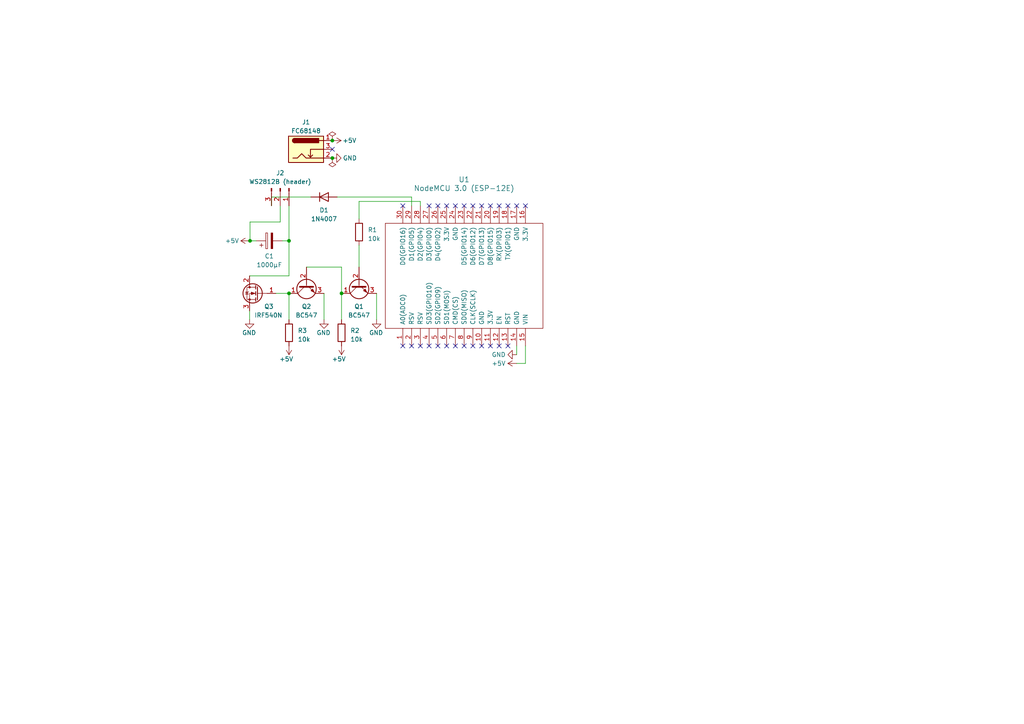
<source format=kicad_sch>
(kicad_sch (version 20230121) (generator eeschema)
  (paper "A4")
  (lib_symbols
    (symbol "Connector:Barrel_Jack_Switch" (pin_names hide)
      (property "Reference" "J" (at 0 5.334 0))
      (property "Value" "Barrel_Jack_Switch" (at 0 -5.08 0))
      (symbol "Barrel_Jack_Switch_0_1"
        (rectangle (start -5.08 3.81) (end 5.08 -3.81) (stroke (width 0.254)) (fill (type background)))
        (arc (start -3.302 3.175) (mid -3.9343 2.54) (end -3.302 1.905) (stroke (width 0.254)))
        (arc (start -3.302 3.175) (mid -3.9343 2.54) (end -3.302 1.905) (stroke (width 0.254)) (fill (type outline)))
        (polyline (pts (xy 1.27 -2.286) (xy 1.905 -1.651)) (stroke (width 0.254)))
        (polyline (pts (xy 5.08 2.54) (xy 3.81 2.54)) (stroke (width 0.254)))
        (polyline (pts (xy 5.08 0) (xy 1.27 0) (xy 1.27 -2.286) (xy 0.635 -1.651)) (stroke (width 0.254)))
        (polyline (pts (xy -3.81 -2.54) (xy -2.54 -2.54) (xy -1.27 -1.27) (xy 0 -2.54) (xy 2.54 -2.54) (xy 5.08 -2.54)) (stroke (width 0.254)))
        (rectangle (start 3.683 3.175) (end -3.302 1.905) (stroke (width 0.254)) (fill (type outline)))
      )
      (symbol "Barrel_Jack_Switch_1_1"
        (pin passive line (at 7.62 2.54 180) (length 2.54) (name "~") (number "1"))
        (pin passive line (at 7.62 -2.54 180) (length 2.54) (name "~") (number "2"))
        (pin passive line (at 7.62 0 180) (length 2.54) (name "~") (number "3"))
      )
    )
    (symbol "Connector:Conn_01x03_Pin" (pin_names (offset 1.016) hide)
      (property "Reference" "J" (at 0 5.08 0))
      (property "Value" "Conn_01x03_Pin" (at 0 -5.08 0))
      (symbol "Conn_01x03_Pin_1_1"
        (polyline (pts (xy 1.27 -2.54) (xy 0.8636 -2.54)) (stroke (width 0.1524)))
        (polyline (pts (xy 1.27 0) (xy 0.8636 0)) (stroke (width 0.1524)))
        (polyline (pts (xy 1.27 2.54) (xy 0.8636 2.54)) (stroke (width 0.1524)))
        (rectangle (start 0.8636 -2.413) (end 0 -2.667) (stroke (width 0.1524)) (fill (type outline)))
        (rectangle (start 0.8636 0.127) (end 0 -0.127) (stroke (width 0.1524)) (fill (type outline)))
        (rectangle (start 0.8636 2.667) (end 0 2.413) (stroke (width 0.1524)) (fill (type outline)))
        (pin passive line (at 5.08 2.54 180) (length 3.81) (name "Pin_1") (number "1"))
        (pin passive line (at 5.08 0 180) (length 3.81) (name "Pin_2") (number "2"))
        (pin passive line (at 5.08 -2.54 180) (length 3.81) (name "Pin_3") (number "3"))
      )
    )
    (symbol "Device:C_Polarized" (pin_numbers hide) (pin_names (offset 0.254))
      (property "Reference" "C" (at 0.635 2.54 0))
      (property "Value" "C_Polarized" (at 0.635 -2.54 0))
      (symbol "C_Polarized_0_1"
        (rectangle (start -2.286 0.508) (end 2.286 1.016))
        (polyline (pts (xy -1.778 2.286) (xy -0.762 2.286)))
        (polyline (pts (xy -1.27 2.794) (xy -1.27 1.778)))
        (rectangle (start 2.286 -0.508) (end -2.286 -1.016) (fill (type outline)))
      )
      (symbol "C_Polarized_1_1"
        (pin passive line (at 0 3.81 270) (length 2.794) (name "~") (number "1"))
        (pin passive line (at 0 -3.81 90) (length 2.794) (name "~") (number "2"))
      )
    )
    (symbol "Device:R" (pin_numbers hide) (pin_names (offset 0))
      (property "Reference" "R" (at 2.032 0 90))
      (property "Value" "R" (at 0 0 90))
      (symbol "R_0_1"
        (rectangle (start -1.016 -2.54) (end 1.016 2.54) (stroke (width 0.254)))
      )
      (symbol "R_1_1"
        (pin passive line (at 0 3.81 270) (length 1.27) (name "~") (number "1"))
        (pin passive line (at 0 -3.81 90) (length 1.27) (name "~") (number "2"))
      )
    )
    (symbol "Diode:1N4007" (pin_numbers hide) (pin_names hide)
      (property "Reference" "D" (at 0 2.54 0))
      (property "Value" "1N4007" (at 0 -2.54 0))
      (symbol "1N4007_0_1"
        (polyline (pts (xy -1.27 1.27) (xy -1.27 -1.27)) (stroke (width 0.254)))
        (polyline (pts (xy 1.27 0) (xy -1.27 0)))
        (polyline (pts (xy 1.27 1.27) (xy 1.27 -1.27) (xy -1.27 0) (xy 1.27 1.27)) (stroke (width 0.254)))
      )
      (symbol "1N4007_1_1"
        (pin passive line (at -3.81 0 0) (length 2.54) (name "K") (number "1"))
        (pin passive line (at 3.81 0 180) (length 2.54) (name "A") (number "2"))
      )
    )
    (symbol "ESP8266:NodeMCU_1.0_(ESP-12E)" (pin_names (offset 1.016))
      (property "Reference" "U" (at 0 21.59 0))
      (property "Value" "NodeMCU_1.0_(ESP-12E)" (at 0 -21.59 0))
      (symbol "NodeMCU_1.0_(ESP-12E)_0_1"
        (rectangle (start -15.24 -22.86) (end 15.24 22.86))
      )
      (symbol "NodeMCU_1.0_(ESP-12E)_1_1"
        (pin input line (at -20.32 17.78 0) (length 5.08) (name "A0(ADC0)") (number "1"))
        (pin input line (at -20.32 -5.08 0) (length 5.08) (name "GND") (number "10"))
        (pin power_out line (at -20.32 -7.62 0) (length 5.08) (name "3.3V") (number "11"))
        (pin input line (at -20.32 -10.16 0) (length 5.08) (name "EN") (number "12"))
        (pin input line (at -20.32 -12.7 0) (length 5.08) (name "RST") (number "13"))
        (pin power_in line (at -20.32 -15.24 0) (length 5.08) (name "GND") (number "14"))
        (pin power_in line (at -20.32 -17.78 0) (length 5.08) (name "VIN") (number "15"))
        (pin power_out line (at 20.32 -17.78 180) (length 5.08) (name "3.3V") (number "16"))
        (pin power_in line (at 20.32 -15.24 180) (length 5.08) (name "GND") (number "17"))
        (pin bidirectional line (at 20.32 -12.7 180) (length 5.08) (name "TX(GPIO1)") (number "18"))
        (pin bidirectional line (at 20.32 -10.16 180) (length 5.08) (name "RX(DPIO3)") (number "19"))
        (pin input line (at -20.32 15.24 0) (length 5.08) (name "RSV") (number "2"))
        (pin bidirectional line (at 20.32 -7.62 180) (length 5.08) (name "D8(GPIO15)") (number "20"))
        (pin bidirectional line (at 20.32 -5.08 180) (length 5.08) (name "D7(GPIO13)") (number "21"))
        (pin bidirectional line (at 20.32 -2.54 180) (length 5.08) (name "D6(GPIO12)") (number "22"))
        (pin bidirectional line (at 20.32 0 180) (length 5.08) (name "D5(GPIO14)") (number "23"))
        (pin power_in line (at 20.32 2.54 180) (length 5.08) (name "GND") (number "24"))
        (pin power_out line (at 20.32 5.08 180) (length 5.08) (name "3.3V") (number "25"))
        (pin bidirectional line (at 20.32 7.62 180) (length 5.08) (name "D4(GPIO2)") (number "26"))
        (pin bidirectional line (at 20.32 10.16 180) (length 5.08) (name "D3(GPIO0)") (number "27"))
        (pin bidirectional line (at 20.32 12.7 180) (length 5.08) (name "D2(GPIO4)") (number "28"))
        (pin bidirectional line (at 20.32 15.24 180) (length 5.08) (name "D1(GPIO5)") (number "29"))
        (pin input line (at -20.32 12.7 0) (length 5.08) (name "RSV") (number "3"))
        (pin bidirectional line (at 20.32 17.78 180) (length 5.08) (name "D0(GPIO16)") (number "30"))
        (pin bidirectional line (at -20.32 10.16 0) (length 5.08) (name "SD3(GPIO10)") (number "4"))
        (pin bidirectional line (at -20.32 7.62 0) (length 5.08) (name "SD2(GPIO9)") (number "5"))
        (pin bidirectional line (at -20.32 5.08 0) (length 5.08) (name "SD1(MOSI)") (number "6"))
        (pin bidirectional line (at -20.32 2.54 0) (length 5.08) (name "CMD(CS)") (number "7"))
        (pin bidirectional line (at -20.32 0 0) (length 5.08) (name "SDO(MISO)") (number "8"))
        (pin bidirectional line (at -20.32 -2.54 0) (length 5.08) (name "CLK(SCLK)") (number "9"))
      )
    )
    (symbol "Transistor_BJT:BC547" (pin_names (offset 0) hide)
      (property "Reference" "Q" (at 5.08 1.905 0))
      (property "Value" "BC547" (at 5.08 0 0))
      (symbol "BC547_0_1"
        (polyline (pts (xy 0 0) (xy 0.635 0)))
        (polyline (pts (xy 0.635 0.635) (xy 2.54 2.54)))
        (polyline (pts (xy 0.635 -0.635) (xy 2.54 -2.54) (xy 2.54 -2.54)))
        (polyline (pts (xy 0.635 1.905) (xy 0.635 -1.905) (xy 0.635 -1.905)) (stroke (width 0.508)))
        (polyline (pts (xy 1.27 -1.778) (xy 1.778 -1.27) (xy 2.286 -2.286) (xy 1.27 -1.778) (xy 1.27 -1.778)) (fill (type outline)))
        (circle (center 1.27 0) (radius 2.8194) (stroke (width 0.254)))
      )
      (symbol "BC547_1_1"
        (pin passive line (at 2.54 5.08 270) (length 2.54) (name "C") (number "1"))
        (pin input line (at -5.08 0 0) (length 5.08) (name "B") (number "2"))
        (pin passive line (at 2.54 -5.08 90) (length 2.54) (name "E") (number "3"))
      )
    )
    (symbol "Transistor_FET:IRF540N" (pin_names hide)
      (property "Reference" "Q" (at 6.35 1.905 0))
      (property "Value" "IRF540N" (at 6.35 0 0))
      (symbol "IRF540N_0_1"
        (polyline (pts (xy 0.254 0) (xy -2.54 0)))
        (polyline (pts (xy 0.254 1.905) (xy 0.254 -1.905)) (stroke (width 0.254)))
        (polyline (pts (xy 0.762 -1.27) (xy 0.762 -2.286)) (stroke (width 0.254)))
        (polyline (pts (xy 0.762 0.508) (xy 0.762 -0.508)) (stroke (width 0.254)))
        (polyline (pts (xy 0.762 2.286) (xy 0.762 1.27)) (stroke (width 0.254)))
        (polyline (pts (xy 2.54 2.54) (xy 2.54 1.778)))
        (polyline (pts (xy 2.54 -2.54) (xy 2.54 0) (xy 0.762 0)))
        (polyline (pts (xy 0.762 -1.778) (xy 3.302 -1.778) (xy 3.302 1.778) (xy 0.762 1.778)))
        (polyline (pts (xy 1.016 0) (xy 2.032 0.381) (xy 2.032 -0.381) (xy 1.016 0)) (fill (type outline)))
        (polyline (pts (xy 2.794 0.508) (xy 2.921 0.381) (xy 3.683 0.381) (xy 3.81 0.254)))
        (polyline (pts (xy 3.302 0.381) (xy 2.921 -0.254) (xy 3.683 -0.254) (xy 3.302 0.381)))
        (circle (center 1.651 0) (radius 2.794) (stroke (width 0.254)))
        (circle (center 2.54 -1.778) (radius 0.254) (fill (type outline)))
        (circle (center 2.54 1.778) (radius 0.254) (fill (type outline)))
      )
      (symbol "IRF540N_1_1"
        (pin input line (at -5.08 0 0) (length 2.54) (name "G") (number "1"))
        (pin passive line (at 2.54 5.08 270) (length 2.54) (name "D") (number "2"))
        (pin passive line (at 2.54 -5.08 90) (length 2.54) (name "S") (number "3"))
      )
    )
    (symbol "power:+5V" (power) (pin_names (offset 0))
      (property "Value" "+5V" (at 0 3.556 0))
      (symbol "+5V_0_1"
        (polyline (pts (xy -0.762 1.27) (xy 0 2.54)))
        (polyline (pts (xy 0 0) (xy 0 2.54)))
        (polyline (pts (xy 0 2.54) (xy 0.762 1.27)))
      )
      (symbol "+5V_1_1"
        (pin power_in line (at 0 0 90) (length 0) hide (name "+5V") (number "1"))
      )
    )
    (symbol "power:GND" (power) (pin_names (offset 0))
      (property "Value" "GND" (at 0 -3.81 0))
      (symbol "GND_0_1"
        (polyline (pts (xy 0 0) (xy 0 -1.27) (xy 1.27 -1.27) (xy 0 -2.54) (xy -1.27 -1.27) (xy 0 -1.27)))
      )
      (symbol "GND_1_1"
        (pin power_in line (at 0 0 270) (length 0) hide (name "GND") (number "1"))
      )
    )
    (symbol "power:PWR_FLAG" (power) (pin_numbers hide) (pin_names (offset 0) hide)
      (property "Value" "PWR_FLAG" (at 0 3.81 0))
      (symbol "PWR_FLAG_0_0"
        (pin power_out line (at 0 0 90) (length 0) (name "pwr") (number "1"))
      )
      (symbol "PWR_FLAG_0_1"
        (polyline (pts (xy 0 0) (xy 0 1.27) (xy -1.016 1.905) (xy 0 2.54) (xy 1.016 1.905) (xy 0 1.27)))
      )
    )
  )
  (junction (at 99.06 85.09))
  (junction (at 96.393 45.847))
  (junction (at 96.393 40.767))
  (junction (at 72.517 69.85))
  (junction (at 83.82 69.85))
  (junction (at 83.82 85.09))
  (no_connect (at 129.54 59.69))
  (no_connect (at 127 100.33))
  (no_connect (at 116.84 100.33))
  (no_connect (at 139.7 100.33))
  (no_connect (at 132.08 100.33))
  (no_connect (at 116.84 59.69))
  (no_connect (at 119.38 100.33))
  (no_connect (at 124.46 59.69))
  (no_connect (at 132.08 59.69))
  (no_connect (at 127 59.69))
  (no_connect (at 139.7 59.69))
  (no_connect (at 152.4 59.69))
  (no_connect (at 144.78 100.33))
  (no_connect (at 149.86 59.69))
  (no_connect (at 137.16 59.69))
  (no_connect (at 134.62 100.33))
  (no_connect (at 121.92 100.33))
  (no_connect (at 96.393 43.307))
  (no_connect (at 129.54 100.33))
  (no_connect (at 142.24 59.69))
  (no_connect (at 134.62 59.69))
  (no_connect (at 142.24 100.33))
  (no_connect (at 137.16 100.33))
  (no_connect (at 144.78 59.69))
  (no_connect (at 147.32 100.33))
  (no_connect (at 147.32 59.69))
  (no_connect (at 124.46 100.33))
  (wire (pts (xy 104.14 71.12) (xy 104.14 77.47)))
  (wire (pts (xy 83.82 59.69) (xy 83.82 69.85)))
  (wire (pts (xy 83.82 85.09) (xy 83.82 92.71)))
  (wire (pts (xy 81.28 59.69) (xy 81.28 64.389)))
  (wire (pts (xy 93.98 85.09) (xy 93.98 92.71)))
  (wire (pts (xy 99.06 85.09) (xy 99.06 92.71)))
  (wire (pts (xy 104.14 58.42) (xy 104.14 63.5)))
  (wire (pts (xy 97.79 57.15) (xy 119.38 57.15)))
  (wire (pts (xy 72.39 90.17) (xy 72.39 92.71)))
  (wire (pts (xy 152.4 105.41) (xy 149.86 105.41)))
  (wire (pts (xy 90.17 57.15) (xy 78.74 57.15)))
  (wire (pts (xy 78.74 57.15) (xy 78.74 59.69)))
  (wire (pts (xy 83.82 69.85) (xy 83.82 80.01)))
  (wire (pts (xy 104.14 58.42) (xy 121.92 58.42)))
  (wire (pts (xy 72.517 64.389) (xy 72.517 69.85)))
  (wire (pts (xy 152.4 100.33) (xy 152.4 105.41)))
  (wire (pts (xy 81.28 64.389) (xy 72.517 64.389)))
  (wire (pts (xy 80.01 85.09) (xy 83.82 85.09)))
  (wire (pts (xy 149.86 100.33) (xy 149.86 102.87)))
  (wire (pts (xy 72.39 80.01) (xy 83.82 80.01)))
  (wire (pts (xy 119.38 57.15) (xy 119.38 59.69)))
  (wire (pts (xy 81.915 69.85) (xy 83.82 69.85)))
  (wire (pts (xy 121.92 58.42) (xy 121.92 59.69)))
  (wire (pts (xy 88.9 77.47) (xy 99.06 77.47)))
  (wire (pts (xy 109.22 85.09) (xy 109.22 92.71)))
  (wire (pts (xy 99.06 77.47) (xy 99.06 85.09)))
  (wire (pts (xy 72.39 69.85) (xy 72.517 69.85)))
  (wire (pts (xy 72.517 69.85) (xy 74.295 69.85)))
  (symbol (lib_id "Transistor_BJT:BC547") (at 104.14 82.55 90) (mirror x) (unit 1)
    (property "Reference" "Q1" (at 104.14 88.9 90))
    (property "Value" "BC547" (at 104.14 91.44 90))
    (property "Footprint" "Package_TO_SOT_THT:TO-92_Inline" (effects hide))
    (property "Datasheet" "https://www.onsemi.com/pub/Collateral/BC550-D.pdf" (effects hide))
  )
  (symbol (lib_id "Diode:1N4007") (at 93.98 57.15 0) (unit 1)
    (property "Reference" "D1" (at 93.98 60.96 0))
    (property "Value" "1N4007" (at 93.98 63.5 0))
    (property "Footprint" "Diode_THT:D_DO-41_SOD81_P10.16mm_Horizontal" (effects hide))
    (property "Datasheet" "http://www.vishay.com/docs/88503/1n4001.pdf" (effects hide))
    (property "Sim.Device" "D" (effects hide))
    (property "Sim.Pins" "1=K 2=A" (effects hide))
  )
  (symbol (lib_id "power:GND") (at 93.98 92.71 0) (unit 1)
    (property "Reference" "#PWR010" (effects hide))
    (property "Value" "GND" (at 95.885 96.52 0) (effects (justify right)))
  )
  (symbol (lib_id "power:PWR_FLAG") (at 96.393 40.767 0) (unit 1)
    (property "Reference" "#FLG01" (effects hide))
    (property "Value" "PWR_FLAG" (effects hide))
  )
  (symbol (lib_id "power:GND") (at 149.86 102.87 270) (unit 1)
    (property "Reference" "#PWR01" (effects hide))
    (property "Value" "GND" (at 146.685 102.87 90) (effects (justify right)))
  )
  (symbol (lib_id "Device:R") (at 99.06 96.52 0) (unit 1)
    (property "Reference" "R2" (at 101.6 95.885 0) (effects (justify left)))
    (property "Value" "10k" (at 101.6 98.425 0) (effects (justify left)))
    (property "Footprint" "Resistor_THT:R_Axial_DIN0207_L6.3mm_D2.5mm_P10.16mm_Horizontal" (effects hide))
  )
  (symbol (lib_id "power:+5V") (at 96.393 40.767 270) (mirror x) (unit 1)
    (property "Reference" "#PWR03" (effects hide))
    (property "Value" "+5V" (at 99.314 40.767 90) (effects (justify left)))
  )
  (symbol (lib_id "Device:R") (at 83.82 96.52 0) (unit 1)
    (property "Reference" "R3" (at 86.36 95.885 0) (effects (justify left)))
    (property "Value" "10k" (at 86.36 98.425 0) (effects (justify left)))
    (property "Footprint" "Resistor_THT:R_Axial_DIN0207_L6.3mm_D2.5mm_P10.16mm_Horizontal" (effects hide))
  )
  (symbol (lib_id "power:PWR_FLAG") (at 96.393 45.847 180) (unit 1)
    (property "Reference" "#FLG02" (effects hide))
    (property "Value" "PWR_FLAG" (effects hide))
  )
  (symbol (lib_id "Device:C_Polarized") (at 78.105 69.85 90) (unit 1)
    (property "Reference" "C1" (at 78.105 74.295 90))
    (property "Value" "1000µF" (at 78.105 76.835 90))
    (property "Footprint" "Capacitor_THT:CP_Radial_D10.0mm_P5.00mm" (effects hide))
  )
  (symbol (lib_id "Connector:Barrel_Jack_Switch") (at 88.773 43.307 0) (unit 1)
    (property "Reference" "J1" (at 88.773 35.433 0))
    (property "Value" "FC68148" (at 88.773 37.973 0))
    (property "Footprint" "FC68148:CLIFF_FC68148(DC-10A)" (effects hide))
  )
  (symbol (lib_id "Device:R") (at 104.14 67.31 0) (unit 1)
    (property "Reference" "R1" (at 106.68 66.675 0) (effects (justify left)))
    (property "Value" "10k" (at 106.68 69.215 0) (effects (justify left)))
    (property "Footprint" "Resistor_THT:R_Axial_DIN0207_L6.3mm_D2.5mm_P10.16mm_Horizontal" (effects hide))
  )
  (symbol (lib_id "power:+5V") (at 83.82 100.33 180) (unit 1)
    (property "Reference" "#PWR06" (effects hide))
    (property "Value" "+5V" (at 85.09 104.14 0) (effects (justify left)))
  )
  (symbol (lib_id "power:+5V") (at 72.39 69.85 90) (unit 1)
    (property "Reference" "#PWR05" (effects hide))
    (property "Value" "+5V" (at 69.342 69.85 90) (effects (justify left)))
  )
  (symbol (lib_id "power:GND") (at 109.22 92.71 0) (unit 1)
    (property "Reference" "#PWR09" (effects hide))
    (property "Value" "GND" (at 111.125 96.52 0) (effects (justify right)))
  )
  (symbol (lib_id "power:+5V") (at 99.06 100.33 180) (unit 1)
    (property "Reference" "#PWR07" (effects hide))
    (property "Value" "+5V" (at 100.33 104.14 0) (effects (justify left)))
  )
  (symbol (lib_id "power:GND") (at 72.39 92.71 0) (unit 1)
    (property "Reference" "#PWR011" (effects hide))
    (property "Value" "GND" (at 74.295 96.52 0) (effects (justify right)))
  )
  (symbol (lib_id "Transistor_BJT:BC547") (at 88.9 82.55 90) (mirror x) (unit 1)
    (property "Reference" "Q2" (at 88.9 88.9 90))
    (property "Value" "BC547" (at 88.9 91.44 90))
    (property "Footprint" "Package_TO_SOT_THT:TO-92_Inline" (effects hide))
    (property "Datasheet" "https://www.onsemi.com/pub/Collateral/BC550-D.pdf" (effects hide))
  )
  (symbol (lib_id "Transistor_FET:IRF540N") (at 74.93 85.09 0) (mirror y) (unit 1)
    (property "Reference" "Q3" (at 79.375 88.9 0) (effects (justify left)))
    (property "Value" "IRF540N" (at 81.915 91.44 0) (effects (justify left)))
    (property "Footprint" "Package_TO_SOT_THT:TO-220-3_Vertical" (effects hide))
    (property "Datasheet" "http://www.irf.com/product-info/datasheets/data/irf540n.pdf" (effects hide))
  )
  (symbol (lib_id "power:GND") (at 96.393 45.847 90) (mirror x) (unit 1)
    (property "Reference" "#PWR04" (effects hide))
    (property "Value" "GND" (at 99.441 45.847 90) (effects (justify right)))
  )
  (symbol (lib_id "ESP8266:NodeMCU_1.0_(ESP-12E)") (at 134.62 80.01 90) (unit 1)
    (property "Reference" "U1" (at 134.62 52.07 90) (effects (font (size 1.524 1.524))))
    (property "Value" "NodeMCU 3.0 (ESP-12E)" (at 134.62 54.61 90) (effects (font (size 1.524 1.524))))
    (property "Footprint" "ESP8266:NodeMCU-LoLinV3" (effects hide))
  )
  (symbol (lib_id "power:+5V") (at 149.86 105.41 90) (unit 1)
    (property "Reference" "#PWR02" (effects hide))
    (property "Value" "+5V" (at 146.685 105.41 90) (effects (justify left)))
  )
  (symbol (lib_id "Connector:Conn_01x03_Pin") (at 81.28 54.61 270) (unit 1)
    (property "Reference" "J2" (at 81.28 50.165 90))
    (property "Value" "WS2812B (header)" (at 81.28 52.705 90))
    (property "Footprint" "Connector_PinHeader_2.54mm:PinHeader_1x03_P2.54mm_Vertical" (effects hide))
  )
)
</source>
